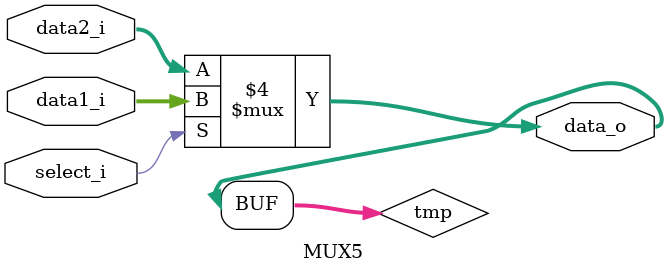
<source format=v>
module MUX5
(
	data1_i,
	data2_i,
	select_i,
	data_o
);

input [4:0] data1_i, data2_i;
input select_i;
reg [4:0] tmp;
output [4:0] data_o;

assign data_o = tmp;

always@(*) begin
	if(~select_i) begin
		tmp = data2_i;
	end
	else begin
		tmp = data1_i;
	end
end

endmodule

</source>
